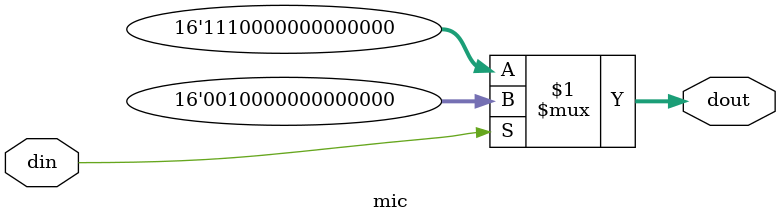
<source format=v>
`timescale 1ns / 1ps


module mic #(
    parameter   AUDIO_DW    =   16,
    parameter   VOLUME      =   16'b0010_0000_0000_0000
)(
    input                        din,

    output      [AUDIO_DW-1:0]   dout
);

    assign dout  = din ? VOLUME : {AUDIO_DW{1'b0}} - VOLUME ;

endmodule

</source>
